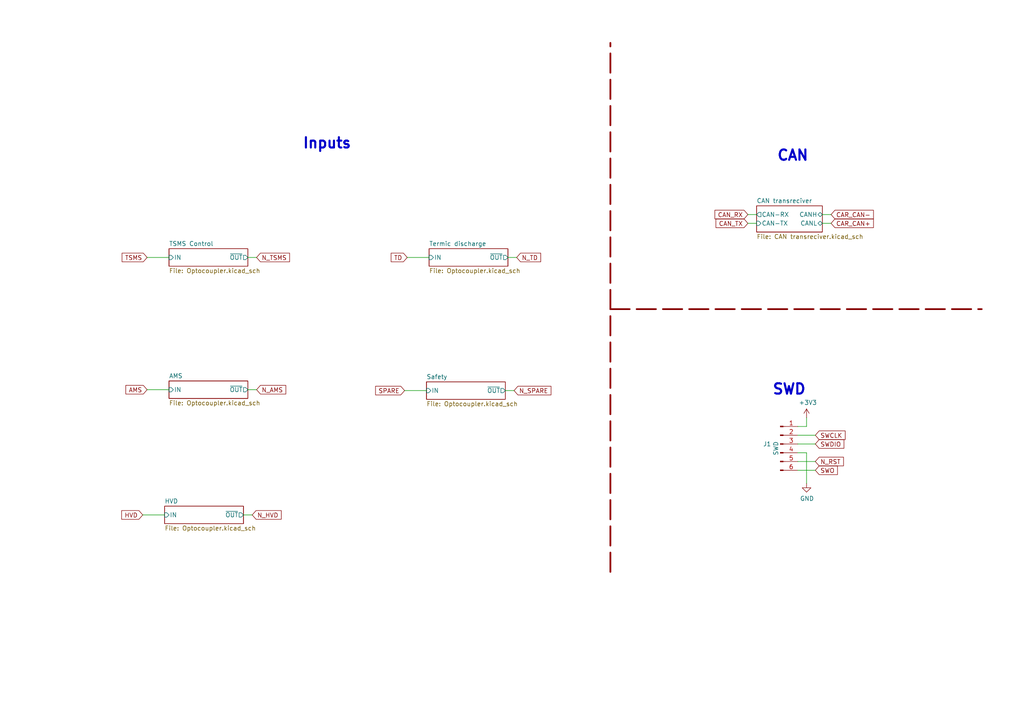
<source format=kicad_sch>
(kicad_sch (version 20211123) (generator eeschema)
  (paper "A4")
  (lib_symbols
    (symbol "Connector:Conn_01x06_Male" (pin_names (offset 1.016) hide)
      (property "Reference" "J" (at 0 7.62 0))
      (property "Value" "Conn_01x06_Male" (at 0 -10.16 0))
      (symbol "Conn_01x06_Male_1_1"
        (polyline (pts (xy 1.27 -7.62) (xy 0.8636 -7.62)) (stroke (width 0.1524)))
        (polyline (pts (xy 1.27 -5.08) (xy 0.8636 -5.08)) (stroke (width 0.1524)))
        (polyline (pts (xy 1.27 -2.54) (xy 0.8636 -2.54)) (stroke (width 0.1524)))
        (polyline (pts (xy 1.27 0) (xy 0.8636 0)) (stroke (width 0.1524)))
        (polyline (pts (xy 1.27 2.54) (xy 0.8636 2.54)) (stroke (width 0.1524)))
        (polyline (pts (xy 1.27 5.08) (xy 0.8636 5.08)) (stroke (width 0.1524)))
        (rectangle (start 0.8636 -7.493) (end 0 -7.747) (stroke (width 0.1524)) (fill (type outline)))
        (rectangle (start 0.8636 -4.953) (end 0 -5.207) (stroke (width 0.1524)) (fill (type outline)))
        (rectangle (start 0.8636 -2.413) (end 0 -2.667) (stroke (width 0.1524)) (fill (type outline)))
        (rectangle (start 0.8636 0.127) (end 0 -0.127) (stroke (width 0.1524)) (fill (type outline)))
        (rectangle (start 0.8636 2.667) (end 0 2.413) (stroke (width 0.1524)) (fill (type outline)))
        (rectangle (start 0.8636 5.207) (end 0 4.953) (stroke (width 0.1524)) (fill (type outline)))
        (pin passive line (at 5.08 5.08 180) (length 3.81) (name "Pin_1") (number "1"))
        (pin passive line (at 5.08 2.54 180) (length 3.81) (name "Pin_2") (number "2"))
        (pin passive line (at 5.08 0 180) (length 3.81) (name "Pin_3") (number "3"))
        (pin passive line (at 5.08 -2.54 180) (length 3.81) (name "Pin_4") (number "4"))
        (pin passive line (at 5.08 -5.08 180) (length 3.81) (name "Pin_5") (number "5"))
        (pin passive line (at 5.08 -7.62 180) (length 3.81) (name "Pin_6") (number "6"))
      )
    )
    (symbol "power:+3V3" (power) (pin_names (offset 0))
      (property "Value" "+3V3" (at 0 3.556 0))
      (symbol "+3V3_0_1"
        (polyline (pts (xy -0.762 1.27) (xy 0 2.54)))
        (polyline (pts (xy 0 0) (xy 0 2.54)))
        (polyline (pts (xy 0 2.54) (xy 0.762 1.27)))
      )
      (symbol "+3V3_1_1"
        (pin power_in line (at 0 0 90) (length 0) hide (name "+3V3") (number "1"))
      )
    )
    (symbol "power:GND" (power) (pin_names (offset 0))
      (property "Value" "GND" (at 0 -3.81 0))
      (symbol "GND_0_1"
        (polyline (pts (xy 0 0) (xy 0 -1.27) (xy 1.27 -1.27) (xy 0 -2.54) (xy -1.27 -1.27) (xy 0 -1.27)))
      )
      (symbol "GND_1_1"
        (pin power_in line (at 0 0 270) (length 0) hide (name "GND") (number "1"))
      )
    )
  )
  (wire (pts (xy 236.474 128.778) (xy 231.394 128.778)))
  (wire (pts (xy 233.934 123.698) (xy 233.934 121.158)))
  (wire (pts (xy 216.916 62.23) (xy 219.456 62.23)))
  (wire (pts (xy 241.046 62.23) (xy 238.506 62.23)))
  (wire (pts (xy 241.046 64.77) (xy 238.506 64.77)))
  (polyline (pts (xy 177.038 89.662) (xy 284.734 89.662)) (stroke (width 0.508) (color 132 0 0 1)))
  (wire (pts (xy 41.402 149.352) (xy 47.752 149.352)))
  (wire (pts (xy 71.882 113.03) (xy 74.422 113.03)))
  (wire (pts (xy 231.394 136.398) (xy 236.474 136.398)))
  (wire (pts (xy 124.46 74.676) (xy 118.11 74.676)))
  (wire (pts (xy 233.934 131.318) (xy 231.394 131.318)))
  (wire (pts (xy 71.882 74.676) (xy 74.422 74.676)))
  (wire (pts (xy 231.394 133.858) (xy 236.474 133.858)))
  (wire (pts (xy 70.612 149.352) (xy 73.152 149.352)))
  (wire (pts (xy 146.558 113.284) (xy 149.098 113.284)))
  (wire (pts (xy 236.474 126.238) (xy 231.394 126.238)))
  (polyline (pts (xy 177.038 165.862) (xy 177.038 12.446)) (stroke (width 0.508) (color 132 0 0 1)))
  (wire (pts (xy 231.394 123.698) (xy 233.934 123.698)))
  (wire (pts (xy 147.32 74.676) (xy 149.86 74.676)))
  (wire (pts (xy 123.698 113.284) (xy 117.348 113.284)))
  (wire (pts (xy 42.672 74.676) (xy 49.022 74.676)))
  (wire (pts (xy 219.456 64.77) (xy 216.916 64.77)))
  (wire (pts (xy 42.672 113.03) (xy 49.022 113.03)))
  (wire (pts (xy 233.934 131.318) (xy 233.934 140.208)))
  (text "Inputs" (at 102.108 43.434 180) (effects (font (size 2.9972 2.9972) (thickness 0.5994) bold) (justify right bottom)))
  (text "CAN\n" (at 234.696 46.99 180) (effects (font (size 2.9972 2.9972) (thickness 0.5994) bold) (justify right bottom)))
  (text "SWD" (at 233.934 114.808 180) (effects (font (size 2.9972 2.9972) (thickness 0.5994) bold) (justify right bottom)))
  (global_label "HVD" (shape input) (at 41.402 149.352 180) (property "Intersheet References" "${INTERSHEET_REFS}" (effects hide)))
  (global_label "N_TSMS" (shape input) (at 74.422 74.676 0) (property "Intersheet References" "${INTERSHEET_REFS}" (effects hide)))
  (global_label "CAR_CAN-" (shape input) (at 241.046 62.23 0) (property "Intersheet References" "${INTERSHEET_REFS}" (effects hide)))
  (global_label "CAN_TX" (shape input) (at 216.916 64.77 180) (property "Intersheet References" "${INTERSHEET_REFS}" (effects hide)))
  (global_label "SWDIO" (shape input) (at 236.474 128.778 0) (property "Intersheet References" "${INTERSHEET_REFS}" (effects hide)))
  (global_label "AMS" (shape input) (at 42.672 113.03 180) (property "Intersheet References" "${INTERSHEET_REFS}" (effects hide)))
  (global_label "N_AMS" (shape input) (at 74.422 113.03 0) (property "Intersheet References" "${INTERSHEET_REFS}" (effects hide)))
  (global_label "TSMS" (shape input) (at 42.672 74.676 180) (property "Intersheet References" "${INTERSHEET_REFS}" (effects hide)))
  (global_label "N_SPARE" (shape input) (at 149.098 113.284 0) (property "Intersheet References" "${INTERSHEET_REFS}" (effects hide)))
  (global_label "TD" (shape input) (at 118.11 74.676 180) (property "Intersheet References" "${INTERSHEET_REFS}" (effects hide)))
  (global_label "N_RST" (shape input) (at 236.474 133.858 0) (property "Intersheet References" "${INTERSHEET_REFS}" (effects hide)))
  (global_label "SPARE" (shape input) (at 117.348 113.284 180) (property "Intersheet References" "${INTERSHEET_REFS}" (effects hide)))
  (global_label "SWCLK" (shape input) (at 236.474 126.238 0) (property "Intersheet References" "${INTERSHEET_REFS}" (effects hide)))
  (global_label "N_TD" (shape input) (at 149.86 74.676 0) (property "Intersheet References" "${INTERSHEET_REFS}" (effects hide)))
  (global_label "CAR_CAN+" (shape input) (at 241.046 64.77 0) (property "Intersheet References" "${INTERSHEET_REFS}" (effects hide)))
  (global_label "SWO" (shape input) (at 236.474 136.398 0) (property "Intersheet References" "${INTERSHEET_REFS}" (effects hide)))
  (global_label "N_HVD" (shape input) (at 73.152 149.352 0) (property "Intersheet References" "${INTERSHEET_REFS}" (effects hide)))
  (global_label "CAN_RX" (shape input) (at 216.916 62.23 180) (property "Intersheet References" "${INTERSHEET_REFS}" (effects hide)))
  (symbol (lib_id "power:+3V3") (at 233.934 121.158 0) (unit 1)
    (property "Reference" "#PWR025" (effects hide))
    (property "Value" "+3V3" (at 234.315 116.7638 0))
  )
  (symbol (lib_id "Connector:Conn_01x06_Male") (at 226.314 128.778 0) (unit 1)
    (property "Reference" "J1" (at 222.504 128.778 0))
    (property "Value" "SWD" (at 225.044 130.048 90))
    (property "Footprint" "Connector_PinHeader_2.54mm:PinHeader_1x06_P2.54mm_Vertical" (effects hide))
  )
  (symbol (lib_id "power:GND") (at 233.934 140.208 0) (unit 1)
    (property "Reference" "#PWR026" (effects hide))
    (property "Value" "GND" (at 234.061 144.6022 0))
  )
  (sheet (at 47.752 146.812) (size 22.86 5.08)
    (property "Sheet name" "HVD" (at 47.752 146.1004 0) (effects (justify left bottom)))
    (property "Sheet file" "Optocoupler.kicad_sch" (at 47.752 152.4766 0) (effects (justify left top)))
    (pin "IN" input (at 47.752 149.352 180))
    (pin "~{OUT}" output (at 70.612 149.352 0))
  )
  (sheet (at 219.456 59.69) (size 19.05 7.62)
    (property "Sheet name" "CAN transreciver" (at 219.456 58.9784 0) (effects (justify left bottom)))
    (property "Sheet file" "CAN transreciver.kicad_sch" (at 219.456 67.8946 0) (effects (justify left top)))
    (pin "CAN-RX" output (at 219.456 62.23 180))
    (pin "CAN-TX" input (at 219.456 64.77 180))
    (pin "CANH" bidirectional (at 238.506 62.23 0))
    (pin "CANL" bidirectional (at 238.506 64.77 0))
  )
  (sheet (at 49.022 110.49) (size 22.86 5.08)
    (property "Sheet name" "AMS" (at 49.022 109.7784 0) (effects (justify left bottom)))
    (property "Sheet file" "Optocoupler.kicad_sch" (at 49.022 116.1546 0) (effects (justify left top)))
    (pin "IN" input (at 49.022 113.03 180))
    (pin "~{OUT}" output (at 71.882 113.03 0))
  )
  (sheet (at 123.698 110.744) (size 22.86 5.08)
    (property "Sheet name" "Safety" (at 123.698 110.0324 0) (effects (justify left bottom)))
    (property "Sheet file" "Optocoupler.kicad_sch" (at 123.698 116.4086 0) (effects (justify left top)))
    (pin "IN" input (at 123.698 113.284 180))
    (pin "~{OUT}" output (at 146.558 113.284 0))
  )
  (sheet (at 124.46 72.136) (size 22.86 5.08)
    (property "Sheet name" "Termic discharge" (at 124.46 71.4244 0) (effects (justify left bottom)))
    (property "Sheet file" "Optocoupler.kicad_sch" (at 124.46 77.8006 0) (effects (justify left top)))
    (pin "IN" input (at 124.46 74.676 180))
    (pin "~{OUT}" output (at 147.32 74.676 0))
  )
  (sheet (at 49.022 72.136) (size 22.86 5.08)
    (property "Sheet name" "TSMS Control" (at 49.022 71.4244 0) (effects (justify left bottom)))
    (property "Sheet file" "Optocoupler.kicad_sch" (at 49.022 77.8006 0) (effects (justify left top)))
    (pin "IN" input (at 49.022 74.676 180))
    (pin "~{OUT}" output (at 71.882 74.676 0))
  )
)
</source>
